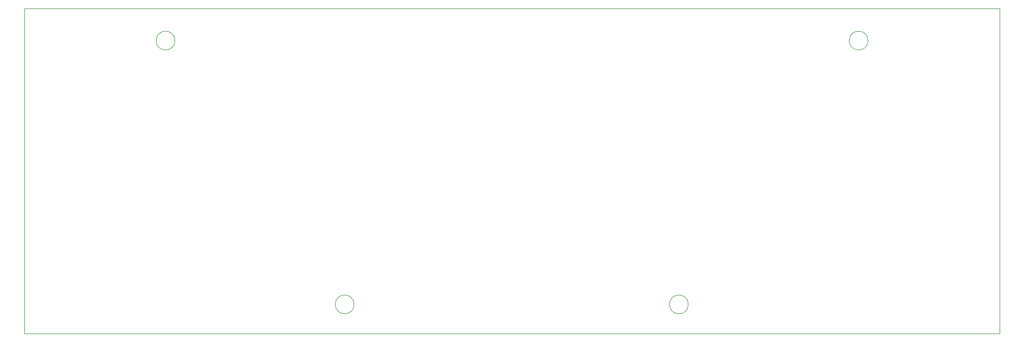
<source format=gbr>
G04 #@! TF.GenerationSoftware,KiCad,Pcbnew,(5.1.5-0-10_14)*
G04 #@! TF.CreationDate,2020-01-03T17:39:58-06:00*
G04 #@! TF.ProjectId,foxie_clock_nano,666f7869-655f-4636-9c6f-636b5f6e616e,1.4*
G04 #@! TF.SameCoordinates,Original*
G04 #@! TF.FileFunction,Profile,NP*
%FSLAX46Y46*%
G04 Gerber Fmt 4.6, Leading zero omitted, Abs format (unit mm)*
G04 Created by KiCad (PCBNEW (5.1.5-0-10_14)) date 2020-01-03 17:39:58*
%MOMM*%
%LPD*%
G04 APERTURE LIST*
%ADD10C,0.050000*%
G04 APERTURE END LIST*
D10*
X178000000Y-127000000D02*
G75*
G03X178000000Y-127000000I-1600000J0D01*
G01*
X121100000Y-127000000D02*
G75*
G03X121100000Y-127000000I-1600000J0D01*
G01*
X208600000Y-82000000D02*
G75*
G03X208600000Y-82000000I-1600000J0D01*
G01*
X90600000Y-82000000D02*
G75*
G03X90600000Y-82000000I-1600000J0D01*
G01*
X231000000Y-132000000D02*
X65000000Y-132000000D01*
X231000000Y-76500000D02*
X231000000Y-132000000D01*
X65000000Y-76500000D02*
X231000000Y-76500000D01*
X65000000Y-132000000D02*
X65000000Y-76500000D01*
M02*

</source>
